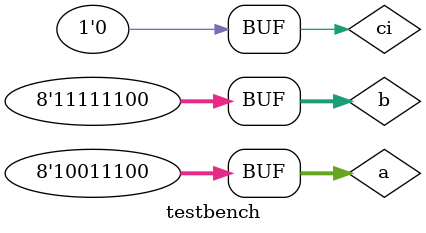
<source format=v>
`timescale 1ns / 1ps


module testbench;

	// Inputs
	reg [7:0] a;
	reg [7:0] b;
	reg ci;

	// Outputs
	wire [7:0] S;
	wire cout;

	// Instantiate the Unit Under Test (UUT)
	Top uut (
		.a(a), 
		.b(b), 
		.ci(ci), 
		.S(S), 
		.cout(cout)
	);

	initial begin
		// Initialize Inputs
		a = 8'b00011100;
		b = 8'b11110000;
		ci = 1;

		// Wait 100 ns for global reset to finish
		#100;
		a = 8'b00011101;
		b = 8'b11110010;
		ci = 1;

		// Wait 100 ns for global reset to finish
		#100;
		
		a = 8'b10011100;
		b = 8'b11111100;
		ci = 0;

		// Wait 100 ns for global reset to finish
		#100;
        
		// Add stimulus here

	end
      
endmodule


</source>
